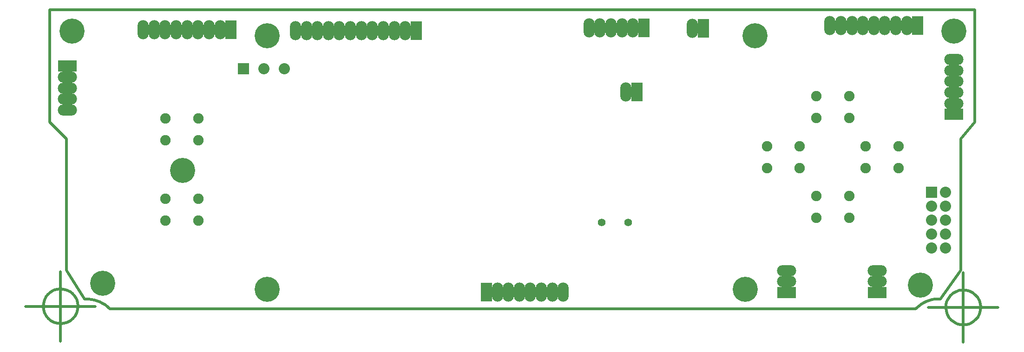
<source format=gbs>
G04 (created by PCBNEW-RS274X (2010-05-05 BZR 2356)-stable) date 3/07/2011 4:56:28 p.m.*
G01*
G70*
G90*
%MOIN*%
G04 Gerber Fmt 3.4, Leading zero omitted, Abs format*
%FSLAX34Y34*%
G04 APERTURE LIST*
%ADD10C,0.006000*%
%ADD11C,0.019700*%
%ADD12R,0.080000X0.080000*%
%ADD13C,0.080000*%
%ADD14O,0.079100X0.138100*%
%ADD15R,0.079100X0.138100*%
%ADD16O,0.138100X0.079100*%
%ADD17R,0.138100X0.079100*%
%ADD18C,0.075000*%
%ADD19C,0.180000*%
%ADD20C,0.055000*%
G04 APERTURE END LIST*
G54D10*
G54D11*
X78691Y-33268D02*
X78667Y-33510D01*
X78596Y-33744D01*
X78482Y-33959D01*
X78327Y-34148D01*
X78139Y-34304D01*
X77925Y-34420D01*
X77692Y-34492D01*
X77449Y-34517D01*
X77207Y-34495D01*
X76973Y-34426D01*
X76757Y-34313D01*
X76567Y-34161D01*
X76410Y-33974D01*
X76293Y-33760D01*
X76219Y-33527D01*
X76192Y-33285D01*
X76212Y-33043D01*
X76279Y-32808D01*
X76391Y-32591D01*
X76542Y-32400D01*
X76728Y-32242D01*
X76941Y-32123D01*
X77173Y-32048D01*
X77415Y-32019D01*
X77658Y-32037D01*
X77893Y-32103D01*
X78110Y-32213D01*
X78303Y-32363D01*
X78462Y-32548D01*
X78582Y-32760D01*
X78659Y-32992D01*
X78690Y-33234D01*
X78691Y-33268D01*
X74941Y-33268D02*
X79941Y-33268D01*
X77441Y-30768D02*
X77441Y-35768D01*
X13927Y-33189D02*
X13903Y-33431D01*
X13832Y-33665D01*
X13718Y-33880D01*
X13563Y-34069D01*
X13375Y-34225D01*
X13161Y-34341D01*
X12928Y-34413D01*
X12685Y-34438D01*
X12443Y-34416D01*
X12209Y-34347D01*
X11993Y-34234D01*
X11803Y-34082D01*
X11646Y-33895D01*
X11529Y-33681D01*
X11455Y-33448D01*
X11428Y-33206D01*
X11448Y-32964D01*
X11515Y-32729D01*
X11627Y-32512D01*
X11778Y-32321D01*
X11964Y-32163D01*
X12177Y-32044D01*
X12409Y-31969D01*
X12651Y-31940D01*
X12894Y-31958D01*
X13129Y-32024D01*
X13346Y-32134D01*
X13539Y-32284D01*
X13698Y-32469D01*
X13818Y-32681D01*
X13895Y-32913D01*
X13926Y-33155D01*
X13927Y-33189D01*
X10177Y-33189D02*
X15177Y-33189D01*
X12677Y-30689D02*
X12677Y-35689D01*
X16167Y-33349D02*
X16013Y-33209D01*
X15848Y-33083D01*
X15672Y-32972D01*
X15487Y-32876D01*
X15295Y-32797D01*
X15096Y-32736D01*
X14893Y-32691D01*
X14687Y-32665D01*
X14480Y-32657D01*
X14397Y-32658D01*
X75802Y-32654D02*
X75595Y-32656D01*
X75387Y-32676D01*
X75183Y-32714D01*
X74982Y-32769D01*
X74787Y-32842D01*
X74599Y-32932D01*
X74419Y-33038D01*
X74250Y-33159D01*
X74092Y-33294D01*
X74017Y-33366D01*
X16181Y-33366D02*
X73986Y-33366D01*
X78248Y-11909D02*
X11909Y-11909D01*
X13091Y-30610D02*
X14390Y-32657D01*
X77264Y-30610D02*
X75807Y-32657D01*
X77264Y-21161D02*
X77264Y-30610D01*
X78248Y-19980D02*
X77264Y-21161D01*
X13091Y-21161D02*
X13091Y-30610D01*
X11909Y-19980D02*
X13091Y-21161D01*
X11909Y-11909D02*
X11909Y-19980D01*
X78248Y-11909D02*
X78248Y-19980D01*
G54D12*
X25784Y-16150D03*
G54D13*
X27260Y-16150D03*
X28736Y-16150D03*
G54D14*
X44804Y-32165D03*
X44017Y-32165D03*
G54D15*
X43229Y-32165D03*
G54D14*
X45591Y-32165D03*
X46379Y-32165D03*
X47166Y-32165D03*
X47953Y-32165D03*
X48740Y-32165D03*
G54D16*
X71260Y-30630D03*
X71260Y-31417D03*
G54D17*
X71260Y-32205D03*
G54D16*
X64763Y-30630D03*
X64763Y-31417D03*
G54D17*
X64763Y-32205D03*
G54D14*
X57992Y-13228D03*
G54D15*
X58780Y-13228D03*
G54D18*
X66890Y-26850D03*
X66890Y-25276D03*
X69252Y-26850D03*
X69252Y-25276D03*
X70433Y-23267D03*
X70433Y-21693D03*
X72795Y-23267D03*
X72795Y-21693D03*
X66890Y-19684D03*
X66890Y-18110D03*
X69252Y-19684D03*
X69252Y-18110D03*
G54D14*
X36614Y-13386D03*
X37402Y-13386D03*
G54D15*
X38189Y-13386D03*
G54D14*
X35827Y-13386D03*
X35039Y-13386D03*
X34252Y-13386D03*
X33465Y-13386D03*
X32677Y-13386D03*
X31890Y-13386D03*
X31102Y-13386D03*
X30315Y-13386D03*
X29528Y-13386D03*
X23326Y-13347D03*
X24113Y-13347D03*
G54D15*
X24901Y-13347D03*
G54D14*
X22539Y-13347D03*
X21751Y-13347D03*
X20964Y-13347D03*
X20177Y-13347D03*
X19390Y-13347D03*
X18602Y-13347D03*
X72598Y-13031D03*
X73385Y-13031D03*
G54D15*
X74173Y-13031D03*
G54D14*
X71811Y-13031D03*
X71023Y-13031D03*
X70236Y-13031D03*
X69449Y-13031D03*
X68662Y-13031D03*
X67874Y-13031D03*
G54D16*
X76772Y-17835D03*
X76772Y-18622D03*
G54D17*
X76772Y-19410D03*
G54D16*
X76772Y-17048D03*
X76772Y-16260D03*
X76772Y-15473D03*
G54D14*
X52952Y-13189D03*
X53739Y-13189D03*
G54D15*
X54527Y-13189D03*
G54D14*
X52165Y-13189D03*
X51377Y-13189D03*
X50590Y-13189D03*
G54D16*
X13150Y-17520D03*
X13150Y-16733D03*
G54D17*
X13150Y-15945D03*
G54D16*
X13150Y-18307D03*
X13150Y-19095D03*
G54D19*
X61811Y-31969D03*
X62480Y-13780D03*
X27480Y-31969D03*
X27480Y-13780D03*
X21417Y-23425D03*
G54D12*
X75150Y-24988D03*
G54D13*
X76150Y-24988D03*
X75150Y-25988D03*
X76150Y-25988D03*
X75150Y-26988D03*
X76150Y-26988D03*
X75150Y-27988D03*
X76150Y-27988D03*
X75150Y-28988D03*
X76150Y-28988D03*
G54D19*
X76772Y-13425D03*
X74370Y-31653D03*
X13504Y-13425D03*
X15709Y-31535D03*
G54D18*
X63347Y-23267D03*
X63347Y-21693D03*
X65709Y-23267D03*
X65709Y-21693D03*
X20197Y-21259D03*
X20197Y-19685D03*
X22559Y-21259D03*
X22559Y-19685D03*
X20197Y-27047D03*
X20197Y-25473D03*
X22559Y-27047D03*
X22559Y-25473D03*
G54D20*
X53402Y-27165D03*
X51480Y-27165D03*
G54D14*
X53232Y-17811D03*
G54D15*
X54020Y-17811D03*
M02*

</source>
